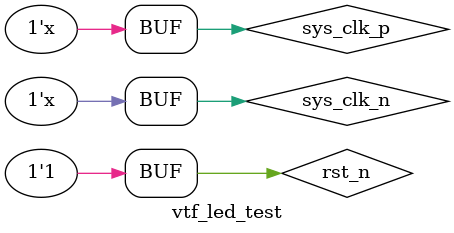
<source format=v>
`timescale 1ns / 1ps

module vtf_led_test;
// Inputs
reg sys_clk_p;
reg rst_n ;
wire sys_clk_n;
// Outputs
wire led;

// Instantiate the Unit Under Test (UUT)
led uut (
    .sys_clk_p(sys_clk_p),  
    .sys_clk_n(sys_clk_n),     
    .rst_n(rst_n),
    .led(led)
 );

initial 
begin
// Initialize Inputs
    sys_clk_p = 0;
    rst_n = 0;
// Wait for global reset to finish
	#1000;
    rst_n = 1; 
end
//Create clock
always #2.5 sys_clk_p = ~ sys_clk_p;  
assign  sys_clk_n = ~sys_clk_p ;

endmodule 

</source>
